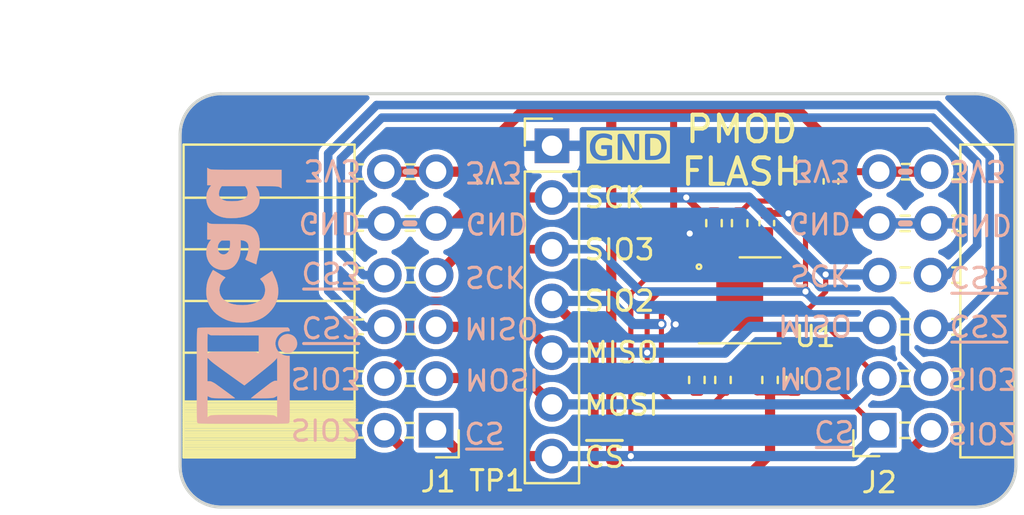
<source format=kicad_pcb>
(kicad_pcb (version 20221018) (generator pcbnew)
  (title_block (title "PMOD Flash") (date "2023-09-21") (rev "V1.0") (comment 1 "@2023 FM4DD") (comment 2 "License: CC-BY-SA 4.0"))
  (layers (0 "F.Cu" signal) (31 "B.Cu" signal) (34 "B.Paste" user) (35 "F.Paste" user) (36 "B.SilkS" user "B.Silkscreen") (37 "F.SilkS" user "F.Silkscreen") (38 "B.Mask" user) (39 "F.Mask" user) (44 "Edge.Cuts" user))
  (net 0 "")
  (net 1 "GND")
  (net 2 "+3V3")
  (net 3 "/~{CS}")
  (net 4 "/MOSI")
  (net 5 "/MISO")
  (net 6 "/SCK")
  (net 7 "/CS2")
  (net 8 "/CS3")
  (net 9 "/SIO3")
  (net 10 "/SIO2")
  (footprint "Capacitor_SMD:C_0402_1005Metric" (layer "F.Cu") (at 120.57 60.33 -90)
    (fp_text reference "C1" hide)
    (fp_text value "0.1uF")
    (pad "1" smd roundrect (at -0.48 0 270) (size 0.56 0.62) (layers "F.Cu" "F.Paste" "F.Mask") (net 2 "+3V3"))
    (pad "2" smd roundrect (at 0.48 0 270) (size 0.56 0.62) (layers "F.Cu" "F.Paste" "F.Mask") (net 1 "GND"))
  )
  (footprint "FM4DD:PMODHeader_2x06_P2.54mm_Horizontal" (layer "F.Cu") (at 122.938 59.853)
    (fp_text reference "J2" (at 0 15.2654) (layer "F.SilkS"))
    (fp_text value "PMOD_02x06")
    (pad "1" thru_hole rect (at 0 12.7) (size 1.7 1.7) (drill 1) (layers "*.Cu" "*.Mask") (net 3 "/~{CS}"))
    (pad "2" thru_hole oval (at 0 10.16) (size 1.7 1.7) (drill 1) (layers "*.Cu" "*.Mask") (net 4 "/MOSI"))
    (pad "3" thru_hole oval (at 0 7.62) (size 1.7 1.7) (drill 1) (layers "*.Cu" "*.Mask") (net 5 "/MISO"))
    (pad "4" thru_hole oval (at 0 5.08) (size 1.7 1.7) (drill 1) (layers "*.Cu" "*.Mask") (net 6 "/SCK"))
    (pad "5" thru_hole oval (at 0 2.54) (size 1.7 1.7) (drill 1) (layers "*.Cu" "*.Mask") (net 1 "GND"))
    (pad "6" thru_hole circle (at 0 0) (size 1.7 1.7) (drill 1) (layers "*.Cu" "*.Mask") (net 2 "+3V3"))
    (pad "7" thru_hole circle (at 2.54 12.7) (size 1.7 1.7) (drill 1) (layers "*.Cu" "*.Mask") (net 10 "/SIO2"))
    (pad "8" thru_hole oval (at 2.54 10.16) (size 1.7 1.7) (drill 1) (layers "*.Cu" "*.Mask") (net 9 "/SIO3"))
    (pad "9" thru_hole oval (at 2.54 7.62) (size 1.7 1.7) (drill 1) (layers "*.Cu" "*.Mask") (net 7 "/CS2"))
    (pad "10" thru_hole oval (at 2.54 5.08) (size 1.7 1.7) (drill 1) (layers "*.Cu" "*.Mask") (net 8 "/CS3"))
    (pad "11" thru_hole oval (at 2.54 2.54) (size 1.7 1.7) (drill 1) (layers "*.Cu" "*.Mask") (net 1 "GND"))
    (pad "12" thru_hole oval (at 2.54 0) (size 1.7 1.7) (drill 1) (layers "*.Cu" "*.Mask") (net 2 "+3V3"))
  )
  (footprint "Connector_PinHeader_2.54mm:PinHeader_1x07_P2.54mm_Vertical" (layer "F.Cu") (at 106.88 58.58)
    (fp_text reference "TP1" (at -2.7 16.45) (layer "F.SilkS"))
    (fp_text value "Conn_01x07")
    (pad "1" thru_hole rect (at 0 0) (size 1.7 1.7) (drill 1) (layers "*.Cu" "*.Mask") (net 1 "GND"))
    (pad "2" thru_hole oval (at 0 2.54) (size 1.7 1.7) (drill 1) (layers "*.Cu" "*.Mask") (net 6 "/SCK"))
    (pad "3" thru_hole oval (at 0 5.08) (size 1.7 1.7) (drill 1) (layers "*.Cu" "*.Mask") (net 9 "/SIO3"))
    (pad "4" thru_hole oval (at 0 7.62) (size 1.7 1.7) (drill 1) (layers "*.Cu" "*.Mask") (net 10 "/SIO2"))
    (pad "5" thru_hole oval (at 0 10.16) (size 1.7 1.7) (drill 1) (layers "*.Cu" "*.Mask") (net 5 "/MISO"))
    (pad "6" thru_hole oval (at 0 12.7) (size 1.7 1.7) (drill 1) (layers "*.Cu" "*.Mask") (net 4 "/MOSI"))
    (pad "7" thru_hole oval (at 0 15.24) (size 1.7 1.7) (drill 1) (layers "*.Cu" "*.Mask") (net 3 "/~{CS}"))
  )
  (footprint "FM4DD:PMODPinSocket_2x06_P2.54mm_Horizontal" (layer "F.Cu") (at 91.0356 72.553 180)
    (fp_text reference "J1" (at -10.2616 -2.5273) (layer "F.SilkS"))
    (fp_text value "PMOD_02x06")
    (pad "1" thru_hole rect (at -10.16 0 180) (size 1.7 1.7) (drill 1) (layers "*.Cu" "*.Mask") (net 3 "/~{CS}"))
    (pad "2" thru_hole oval (at -10.16 2.54 180) (size 1.7 1.7) (drill 1) (layers "*.Cu" "*.Mask") (net 4 "/MOSI"))
    (pad "3" thru_hole oval (at -10.16 5.08 180) (size 1.7 1.7) (drill 1) (layers "*.Cu" "*.Mask") (net 5 "/MISO"))
    (pad "4" thru_hole oval (at -10.16 7.62 180) (size 1.7 1.7) (drill 1) (layers "*.Cu" "*.Mask") (net 6 "/SCK"))
    (pad "5" thru_hole oval (at -10.16 10.16 180) (size 1.7 1.7) (drill 1) (layers "*.Cu" "*.Mask") (net 1 "GND"))
    (pad "6" thru_hole oval (at -10.16 12.7 180) (size 1.7 1.7) (drill 1) (layers "*.Cu" "*.Mask") (net 2 "+3V3"))
    (pad "7" thru_hole oval (at -7.62 0 180) (size 1.7 1.7) (drill 1) (layers "*.Cu" "*.Mask") (net 10 "/SIO2"))
    (pad "8" thru_hole oval (at -7.62 2.54 180) (size 1.7 1.7) (drill 1) (layers "*.Cu" "*.Mask") (net 9 "/SIO3"))
    (pad "9" thru_hole oval (at -7.62 5.08 180) (size 1.7 1.7) (drill 1) (layers "*.Cu" "*.Mask") (net 7 "/CS2"))
    (pad "10" thru_hole oval (at -7.62 7.62 180) (size 1.7 1.7) (drill 1) (layers "*.Cu" "*.Mask") (net 8 "/CS3"))
    (pad "11" thru_hole oval (at -7.62 10.16 180) (size 1.7 1.7) (drill 1) (layers "*.Cu" "*.Mask") (net 1 "GND"))
    (pad "12" thru_hole oval (at -7.62 12.7 180) (size 1.7 1.7) (drill 1) (layers "*.Cu" "*.Mask") (net 2 "+3V3"))
  )
  (footprint "Capacitor_SMD:C_0402_1005Metric" (layer "F.Cu") (at 103.59 60.34 90)
    (fp_text reference "C2" hide)
    (fp_text value "0.1uF")
    (pad "1" smd roundrect (at -0.48 0 90) (size 0.56 0.62) (layers "F.Cu" "F.Paste" "F.Mask") (net 1 "GND"))
    (pad "2" smd roundrect (at 0.48 0 90) (size 0.56 0.62) (layers "F.Cu" "F.Paste" "F.Mask") (net 2 "+3V3"))
  )
  (footprint "Resistor_SMD:R_0402_1005Metric" (layer "F.Cu") (at 114.83 62.38 90)
    (fp_text reference "R1" hide)
    (fp_text value "10K")
    (pad "1" smd roundrect (at -0.51 0 90) (size 0.54 0.64) (layers "F.Cu" "F.Paste" "F.Mask") (net 1 "GND"))
    (pad "2" smd roundrect (at 0.51 0 90) (size 0.54 0.64) (layers "F.Cu" "F.Paste" "F.Mask") (net 6 "/SCK"))
  )
  (footprint "FM4DD:USON-8_4x4mm" (layer "F.Cu") (at 116.0925 66.17)
    (fp_text reference "U1" (at 3.6975 1.77) (layer "F.SilkS"))
    (fp_text value "MX25R6435FZAIL0")
    (pad "1" smd roundrect (at -1.9375 -1.2) (size 0.875 0.3) (layers "F.Cu" "F.Paste" "F.Mask") (net 3 "/~{CS}"))
    (pad "2" smd roundrect (at -1.9375 -0.4) (size 0.875 0.3) (layers "F.Cu" "F.Paste" "F.Mask") (net 5 "/MISO"))
    (pad "3" smd roundrect (at -1.9375 0.4) (size 0.875 0.3) (layers "F.Cu" "F.Paste" "F.Mask") (net 10 "/SIO2"))
    (pad "4" smd roundrect (at -1.9375 1.2) (size 0.875 0.3) (layers "F.Cu" "F.Paste" "F.Mask") (net 1 "GND"))
    (pad "5" smd roundrect (at 1.9375 1.2) (size 0.875 0.3) (layers "F.Cu" "F.Paste" "F.Mask") (net 4 "/MOSI"))
    (pad "6" smd roundrect (at 1.9375 0.4) (size 0.875 0.3) (layers "F.Cu" "F.Paste" "F.Mask") (net 6 "/SCK"))
    (pad "7" smd roundrect (at 1.9375 -0.4) (size 0.875 0.3) (layers "F.Cu" "F.Paste" "F.Mask") (net 9 "/SIO3"))
    (pad "8" smd roundrect (at 1.9375 -1.2) (size 0.875 0.3) (layers "F.Cu" "F.Paste" "F.Mask") (net 2 "+3V3"))
    (pad "9" smd rect (at 0 0) (size 2.3 3) (layers "F.Cu" "F.Mask") (net 1 "GND"))
  )
  (footprint "Resistor_SMD:R_0402_1005Metric" (layer "F.Cu") (at 117.58 70.08 -90)
    (fp_text reference "R3" hide)
    (fp_text value "10K")
    (pad "1" smd roundrect (at -0.51 0 270) (size 0.54 0.64) (layers "F.Cu" "F.Paste" "F.Mask") (net 4 "/MOSI"))
    (pad "2" smd roundrect (at 0.51 0 270) (size 0.54 0.64) (layers "F.Cu" "F.Paste" "F.Mask") (net 2 "+3V3"))
  )
  (footprint "Resistor_SMD:R_0402_1005Metric" (layer "F.Cu") (at 116.09 62.38 -90)
    (fp_text reference "R5" hide)
    (fp_text value "10K")
    (pad "1" smd roundrect (at -0.51 0 270) (size 0.54 0.64) (layers "F.Cu" "F.Paste" "F.Mask") (net 9 "/SIO3"))
    (pad "2" smd roundrect (at 0.51 0 270) (size 0.54 0.64) (layers "F.Cu" "F.Paste" "F.Mask") (net 2 "+3V3"))
  )
  (footprint "Capacitor_SMD:C_0402_1005Metric" (layer "F.Cu") (at 117.42 62.38 90)
    (fp_text reference "C3" hide)
    (fp_text value "0.1uF")
    (pad "1" smd roundrect (at -0.48 0 90) (size 0.56 0.62) (layers "F.Cu" "F.Paste" "F.Mask") (net 2 "+3V3"))
    (pad "2" smd roundrect (at 0.48 0 90) (size 0.56 0.62) (layers "F.Cu" "F.Paste" "F.Mask") (net 1 "GND"))
  )
  (footprint "FM4DD:Label_GND" (layer "F.Cu") (at 110.62 58.64)
    (fp_text reference "G***" hide)
    (fp_text value "GND" hide)
  )
  (footprint "Resistor_SMD:R_0402_1005Metric" (layer "F.Cu") (at 113.99 70.08 90)
    (fp_text reference "R6" hide)
    (fp_text value "10K")
    (pad "1" smd roundrect (at -0.51 0 90) (size 0.54 0.64) (layers "F.Cu" "F.Paste" "F.Mask") (net 10 "/SIO2"))
    (pad "2" smd roundrect (at 0.51 0 90) (size 0.54 0.64) (layers "F.Cu" "F.Paste" "F.Mask") (net 2 "+3V3"))
  )
  (footprint "Resistor_SMD:R_0402_1005Metric" (layer "F.Cu") (at 118.77 70.08 -90)
    (fp_text reference "R2" hide)
    (fp_text value "10K")
    (pad "1" smd roundrect (at -0.51 0 270) (size 0.54 0.64) (layers "F.Cu" "F.Paste" "F.Mask") (net 3 "/~{CS}"))
    (pad "2" smd roundrect (at 0.51 0 270) (size 0.54 0.64) (layers "F.Cu" "F.Paste" "F.Mask") (net 2 "+3V3"))
  )
  (footprint "Resistor_SMD:R_0402_1005Metric" (layer "F.Cu") (at 115.27 70.08 90)
    (fp_text reference "R4" hide)
    (fp_text value "10K")
    (pad "1" smd roundrect (at -0.51 0 90) (size 0.54 0.64) (layers "F.Cu" "F.Paste" "F.Mask") (net 5 "/MISO"))
    (pad "2" smd roundrect (at 0.51 0 90) (size 0.54 0.64) (layers "F.Cu" "F.Paste" "F.Mask") (net 2 "+3V3"))
  )
  (footprint "FM4DD:Logo_KiCad_5mm_SScr" (layer "B.Cu") (at 91.4 65.949 90)
    (fp_text reference "L1" hide)
    (fp_text value "Logo_KiCad_5mm" hide)
  )
  (gr_line (start 99.697 62.393) (end 100.1288 62.393) (stroke (width 0.3)) (layer "B.SilkS"))
  (gr_line (start 99.697 59.853) (end 100.1288 59.853) (stroke (width 0.3)) (layer "B.SilkS"))
  (gr_line (start 124.0048 62.393) (end 124.4366 62.393) (stroke (width 0.3)) (layer "B.SilkS"))
  (gr_line (start 124.0048 59.853) (end 124.4366 59.853) (stroke (width 0.3)) (layer "B.SilkS"))
  (gr_arc (start 129.6412 74.3238) (mid 129.055414 75.738014) (end 127.6412 76.3238) (stroke (width 0.15)) (layer "Edge.Cuts"))
  (gr_line (start 129.6412 58.0238) (end 129.6412 74.3238) (stroke (width 0.15)) (layer "Edge.Cuts"))
  (gr_arc (start 127.6412 56.0238) (mid 129.055414 56.609586) (end 129.6412 58.0238) (stroke (width 0.15)) (layer "Edge.Cuts"))
  (gr_line (start 90.6346 56.0238) (end 127.6412 56.0238) (stroke (width 0.15)) (layer "Edge.Cuts"))
  (gr_line (start 127.6412 76.3238) (end 90.6346 76.3238) (stroke (width 0.15)) (layer "Edge.Cuts"))
  (gr_line (start 88.6346 74.3238) (end 88.6346 58.0238) (stroke (width 0.15)) (layer "Edge.Cuts"))
  (gr_arc (start 88.6346 58.0238) (mid 89.220386 56.609586) (end 90.6346 56.0238) (stroke (width 0.15)) (layer "Edge.Cuts"))
  (gr_arc (start 90.6346 76.3238) (mid 89.220386 75.738014) (end 88.6346 74.3238) (stroke (width 0.15)) (layer "Edge.Cuts"))
  (gr_text "3V3" (at 121.6 59.79 180) (layer "B.SilkS") (effects (font (size 1 1)) (justify right mirror)))
  (gr_text "~{CS}" (at 121.8 72.5784 180) (layer "B.SilkS") (effects (font (size 1 1)) (justify right mirror)))
  (gr_text "MISO" (at 102.49 67.52 180) (layer "B.SilkS") (effects (font (size 1 1)) (justify left mirror)))
  (gr_text "MOSI" (at 102.52 70.0384 180) (layer "B.SilkS") (effects (font (size 1 1)) (justify left mirror)))
  (gr_text "~{CS}" (at 102.49 72.6546 180) (layer "B.SilkS") (effects (font (size 1 1)) (justify left mirror)))
  (gr_text "3V3" (at 102.55 59.8657 180) (layer "B.SilkS") (effects (font (size 1 1)) (justify left mirror)))
  (gr_text "SIO3" (at 97.6 69.98 180) (layer "B.SilkS") (effects (font (size 1 1)) (justify right mirror)))
  (gr_text "3V3" (at 97.6 59.77 180) (layer "B.SilkS") (effects (font (size 1 1)) (justify right mirror)))
  (gr_text "~{CS3}" (at 97.6 64.794 180) (layer "B.SilkS") (effects (font (size 1 1)) (justify right mirror)))
  (gr_text "GND" (at 97.6 62.36 180) (layer "B.SilkS") (effects (font (size 1 1)) (justify right mirror)))
  (gr_text "SIO2" (at 97.6 72.5 180) (layer "B.SilkS") (effects (font (size 1 1)) (justify right mirror)))
  (gr_text "~{CS2}" (at 97.6 67.47 180) (layer "B.SilkS") (effects (font (size 1 1)) (justify right mirror)))
  (gr_text "SCK" (at 102.52 65 180) (layer "B.SilkS") (effects (font (size 1 1)) (justify left mirror)))
  (gr_text "GND" (at 102.55 62.38 180) (layer "B.SilkS") (effects (font (size 1 1)) (justify left mirror)))
  (gr_text "GND" (at 126.3 62.45 180) (layer "B.SilkS") (effects (font (size 1 1)) (justify left mirror)))
  (gr_text "MISO" (at 121.7 67.4 180) (layer "B.SilkS") (effects (font (size 1 1)) (justify right mirror)))
  (gr_text "3V3" (at 126.3 59.8 180) (layer "B.SilkS") (effects (font (size 1 1)) (justify left mirror)))
  (gr_text "~{CS3}" (at 126.3 65 180) (layer "B.SilkS") (effects (font (size 1 1)) (justify left mirror)))
  (gr_text "SIO2" (at 126.2 72.68 180) (layer "B.SilkS") (effects (font (size 1 1)) (justify left mirror)))
  (gr_text "~{CS2}" (at 126.3 67.4 180) (layer "B.SilkS") (effects (font (size 1 1)) (justify left mirror)))
  (gr_text "GND" (at 121.64 62.3676 180) (layer "B.SilkS") (effects (font (size 1 1)) (justify right mirror)))
  (gr_text "SCK" (at 121.62 64.92 180) (layer "B.SilkS") (effects (font (size 1 1)) (justify right mirror)))
  (gr_text "MOSI" (at 121.74 69.98 180) (layer "B.SilkS") (effects (font (size 1 1)) (justify right mirror)))
  (gr_text "SIO3" (at 126.2 70 180) (layer "B.SilkS") (effects (font (size 1 1)) (justify left mirror)))
  (gr_text "MOSI" (at 108.38 71.9) (layer "F.SilkS") (effects (font (size 1 1)) (justify left bottom)))
  (gr_text "~{CS}" (at 108.38 74.46) (layer "F.SilkS") (effects (font (size 1 1)) (justify left bottom)))
  (gr_text "SCK" (at 108.38 61.71) (layer "F.SilkS") (effects (font (size 1 1)) (justify left bottom)))
  (gr_text "SIO2" (at 108.38 66.79) (layer "F.SilkS") (effects (font (size 1 1)) (justify left bottom)))
  (gr_text "PMOD\nFLASH" (at 116.19 58.81) (layer "F.SilkS") (effects (font (size 1.3 1.3) (thickness 0.2))))
  (gr_text "MISO" (at 108.38 69.32) (layer "F.SilkS") (effects (font (size 1 1)) (justify left bottom)))
  (gr_text "SIO3" (at 108.38 64.27) (layer "F.SilkS") (effects (font (size 1 1)) (justify left bottom)))
  (segment (start 112.95 67.35) (end 112.97 67.37) (width 0.25) (layer "F.Cu") (net 1))
  (segment (start 122.153 62.393) (end 120.57 60.81) (width 0.5) (layer "F.Cu") (net 1))
  (segment (start 122.938 62.393) (end 122.3414 62.393) (width 0.5) (layer "F.Cu") (net 1))
  (segment (start 113.64 62.89) (end 114.83 62.89) (width 0.34) (layer "F.Cu") (net 1))
  (segment (start 114.8925 67.37) (end 114.155 67.37) (width 0.5) (layer "F.Cu") (net 1))
  (segment (start 117.42 61.9) (end 118.48 61.9) (width 0.34) (layer "F.Cu") (net 1))
  (segment (start 122.938 62.393) (end 122.153 62.393) (width 0.5) (layer "F.Cu") (net 1))
  (segment (start 112.97 67.37) (end 114.155 67.37) (width 0.25) (layer "F.Cu") (net 1))
  (segment (start 116.0925 66.17) (end 114.8925 67.37) (width 0.5) (layer "F.Cu") (net 1))
  (segment (start 101.1956 62.393) (end 102.017 62.393) (width 0.5) (layer "F.Cu") (net 1))
  (segment (start 102.017 62.393) (end 103.59 60.82) (width 0.5) (layer "F.Cu") (net 1))
  (via (at 113.64 62.89) (size 0.5) (drill 0.3) (layers "F.Cu" "B.Cu") (net 1))
  (via (at 112.95 67.35) (size 0.5) (drill 0.3) (layers "F.Cu" "B.Cu") (net 1))
  (via (at 118.48 61.9) (size 0.5) (drill 0.3) (layers "F.Cu" "B.Cu") (net 1))
  (segment (start 105.33 56.98) (end 103.59 58.72) (width 0.5) (layer "F.Cu") (net 2))
  (segment (start 117.58 70.59) (end 118.77 70.59) (width 0.5) (layer "F.Cu") (net 2))
  (segment (start 117.33 63.69) (end 116.09 63.69) (width 0.34) (layer "F.Cu") (net 2))
  (segment (start 109.79 56.98) (end 109.79 74.03) (width 0.5) (layer "F.Cu") (net 2))
  (segment (start 116.09 63.69) (end 113.393187 63.69) (width 0.34) (layer "F.Cu") (net 2))
  (segment (start 116.09 62.89) (end 116.09 63.69) (width 0.34) (layer "F.Cu") (net 2))
  (segment (start 120.57 59.85) (end 120.57 58.46) (width 0.5) (layer "F.Cu") (net 2))
  (segment (start 103.583 59.853) (end 101.1956 59.853) (width 0.5) (layer "F.Cu") (net 2))
  (segment (start 122.938 59.853) (end 125.478 59.853) (width 0.5) (layer "F.Cu") (net 2))
  (segment (start 110.44 74.68) (end 116.62 74.68) (width 0.5) (layer "F.Cu") (net 2))
  (segment (start 116.96 70.59) (end 117.58 70.59) (width 0.5) (layer "F.Cu") (net 2))
  (segment (start 116.62 74.68) (end 117.58 73.72) (width 0.5) (layer "F.Cu") (net 2))
  (segment (start 117.33 63.69) (end 117.73 63.69) (width 0.25) (layer "F.Cu") (net 2))
  (segment (start 117.73 63.69) (end 118.03 63.99) (width 0.25) (layer "F.Cu") (net 2))
  (segment (start 118.03 63.99) (end 118.03 64.97) (width 0.25) (layer "F.Cu") (net 2))
  (segment (start 117.58 73.72) (end 117.58 70.59) (width 0.5) (layer "F.Cu") (net 2))
  (segment (start 103.59 58.72) (end 103.59 59.86) (width 0.5) (layer "F.Cu") (net 2))
  (segment (start 119.09 56.98) (end 105.33 56.98) (width 0.5) (layer "F.Cu") (net 2))
  (segment (start 113.99 69.57) (end 115.94 69.57) (width 0.5) (layer "F.Cu") (net 2))
  (segment (start 120.57 58.46) (end 119.09 56.98) (width 0.5) (layer "F.Cu") (net 2))
  (segment (start 98.6556 59.853) (end 101.1956 59.853) (width 0.5) (layer "F.Cu") (net 2))
  (segment (start 120.573 59.853) (end 122.938 59.853) (width 0.34) (layer "F.Cu") (net 2))
  (segment (start 115.94 69.57) (end 116.96 70.59) (width 0.5) (layer "F.Cu") (net 2))
  (segment (start 109.79 74.03) (end 110.44 74.68) (width 0.5) (layer "F.Cu") (net 2))
  (segment (start 113.393187 63.69) (end 112.85 63.146813) (width 0.34) (layer "F.Cu") (net 2))
  (segment (start 112.85 63.146813) (end 112.85 57.1) (width 0.34) (layer "F.Cu") (net 2))
  (segment (start 103.59 59.86) (end 103.583 59.853) (width 0.5) (layer "F.Cu") (net 2))
  (segment (start 117.42 63.6) (end 117.42 62.86) (width 0.34) (layer "F.Cu") (net 2))
  (segment (start 120.57 59.85) (end 120.573 59.853) (width 0.34) (layer "F.Cu") (net 2))
  (segment (start 118.77 69.57) (end 119.955 69.57) (width 0.25) (layer "F.Cu") (net 3))
  (segment (start 101.221 72.553) (end 102.488 73.82) (width 0.5) (layer "F.Cu") (net 3))
  (segment (start 119.955 69.57) (end 122.938 72.553) (width 0.25) (layer "F.Cu") (net 3))
  (segment (start 114.155 64.97) (end 111.62 64.97) (width 0.25) (layer "F.Cu") (net 3))
  (segment (start 110.75 65.84) (end 110.75 73.82) (width 0.25) (layer "F.Cu") (net 3))
  (segment (start 102.488 73.82) (end 106.88 73.82) (width 0.5) (layer "F.Cu") (net 3))
  (segment (start 111.62 64.97) (end 110.75 65.84) (width 0.25) (layer "F.Cu") (net 3))
  (via (at 110.75 73.82) (size 0.5) (drill 0.3) (layers "F.Cu" "B.Cu") (net 3))
  (segment (start 106.99 73.82) (end 110.75 73.82) (width 0.5) (layer "B.Cu") (net 3))
  (segment (start 106.99 73.82) (end 106.957 73.853) (width 0.5) (layer "B.Cu") (net 3))
  (segment (start 101.1956 72.5276) (end 101.221 72.553) (width 0.5) (layer "B.Cu") (net 3))
  (segment (start 121.671 73.82) (end 122.938 72.553) (width 0.5) (layer "B.Cu") (net 3))
  (segment (start 107.08 73.91) (end 106.99 73.82) (width 0.5) (layer "B.Cu") (net 3))
  (segment (start 110.75 73.82) (end 121.671 73.82) (width 0.5) (layer "B.Cu") (net 3))
  (segment (start 120.295 67.37) (end 118.03 67.37) (width 0.25) (layer "F.Cu") (net 4))
  (segment (start 118.03 69.12) (end 117.58 69.57) (width 0.25) (layer "F.Cu") (net 4))
  (segment (start 105.5876 69.9876) (end 101.1956 69.9876) (width 0.5) (layer "F.Cu") (net 4))
  (segment (start 118.03 67.37) (end 118.03 69.12) (width 0.25) (layer "F.Cu") (net 4))
  (segment (start 122.938 70.013) (end 120.295 67.37) (width 0.25) (layer "F.Cu") (net 4))
  (segment (start 106.88 71.28) (end 105.5876 69.9876) (width 0.5) (layer "F.Cu") (net 4))
  (segment (start 122.938 70.013) (end 121.671 71.28) (width 0.5) (layer "B.Cu") (net 4))
  (segment (start 121.671 71.28) (end 106.99 71.28) (width 0.5) (layer "B.Cu") (net 4))
  (segment (start 101.1956 67.473) (end 105.613 67.473) (width 0.5) (layer "F.Cu") (net 5))
  (segment (start 114.67 71.37) (end 115.27 70.77) (width 0.25) (layer "F.Cu") (net 5))
  (segment (start 112.15 65.77) (end 111.55 66.37) (width 0.25) (layer "F.Cu") (net 5))
  (segment (start 111.55 69.99) (end 112.93 71.37) (width 0.25) (layer "F.Cu") (net 5))
  (segment (start 115.27 70.77) (end 115.27 70.59) (width 0.25) (layer "F.Cu") (net 5))
  (segment (start 111.55 66.37) (end 111.55 69.99) (width 0.25) (layer "F.Cu") (net 5))
  (segment (start 112.93 71.37) (end 114.67 71.37) (width 0.25) (layer "F.Cu") (net 5))
  (segment (start 114.155 65.77) (end 112.15 65.77) (width 0.25) (layer "F.Cu") (net 5))
  (segment (start 105.613 67.473) (end 106.88 68.74) (width 0.5) (layer "F.Cu") (net 5))
  (via (at 111.55 68.74) (size 0.5) (drill 0.3) (layers "F.Cu" "B.Cu") (net 5))
  (segment (start 106.88 68.74) (end 115.36 68.74) (width 0.5) (layer "B.Cu") (net 5))
  (segment (start 115.36 68.74) (end 116.627 67.473) (width 0.5) (layer "B.Cu") (net 5))
  (segment (start 116.627 67.473) (end 122.938 67.473) (width 0.5) (layer "B.Cu") (net 5))
  (segment (start 106.99 68.74) (end 106.88 68.74) (width 0.5) (layer "B.Cu") (net 5))
  (segment (start 120.31 65.75) (end 119.49 66.57) (width 0.25) (layer "F.Cu") (net 6))
  (segment (start 101.237 64.933) (end 105.05 61.12) (width 0.5) (layer "F.Cu") (net 6))
  (segment (start 114.2195 61.87) (end 114.83 61.87) (width 0.34) (layer "F.Cu") (net 6))
  (segment (start 105.05 61.12) (end 106.88 61.12) (width 0.5) (layer "F.Cu") (net 6))
  (segment (start 120.31 64.9) (end 120.31 65.75) (width 0.25) (layer "F.Cu") (net 6))
  (segment (start 101.1956 64.933) (end 101.237 64.933) (width 0.5) (layer "F.Cu") (net 6))
  (segment (start 113.4695 61.12) (end 114.2195 61.87) (width 0.34) (layer "F.Cu") (net 6))
  (segment (start 119.49 66.57) (end 118.03 66.57) (width 0.25) (layer "F.Cu") (net 6))
  (segment (start 122.938 64.933) (end 122.938 64.917756) (width 0.42) (layer "F.Cu") (net 6))
  (via (at 120.31 64.9) (size 0.5) (drill 0.3) (layers "F.Cu" "B.Cu") (net 6))
  (via (at 113.4695 61.12) (size 0.5) (drill 0.3) (layers "F.Cu" "B.Cu") (net 6))
  (segment (start 116.53 61.12) (end 106.88 61.12) (width 0.5) (layer "B.Cu") (net 6))
  (segment (start 101.1956 64.9076) (end 101.2083 64.9203) (width 0.5) (layer "B.Cu") (net 6))
  (segment (start 122.9126 64.9076) (end 122.938 64.933) (width 0.5) (layer "B.Cu") (net 6))
  (segment (start 120.31 64.9) (end 122.920244 64.9) (width 0.5) (layer "B.Cu") (net 6))
  (segment (start 122.915 64.91) (end 122.938 64.933) (width 0.5) (layer "B.Cu") (net 6))
  (segment (start 120.31 64.9) (end 116.53 61.12) (width 0.5) (layer "B.Cu") (net 6))
  (segment (start 122.920244 64.9) (end 122.938 64.917756) (width 0.5) (layer "B.Cu") (net 6))
  (segment (start 128.36 59.12) (end 128.36 65.61) (width 0.42) (layer "B.Cu") (net 7))
  (segment (start 97.673 67.473) (end 95.9 65.7) (width 0.42) (layer "B.Cu") (net 7))
  (segment (start 98.28 56.58) (end 125.82 56.58) (width 0.42) (layer "B.Cu") (net 7))
  (segment (start 95.9 58.96) (end 98.28 56.58) (width 0.42) (layer "B.Cu") (net 7))
  (segment (start 126.497 67.473) (end 125.478 67.473) (width 0.42) (layer "B.Cu") (net 7))
  (segment (start 128.36 65.61) (end 126.497 67.473) (width 0.42) (layer "B.Cu") (net 7))
  (segment (start 125.82 56.58) (end 128.36 59.12) (width 0.42) (layer "B.Cu") (net 7))
  (segment (start 95.9 65.7) (end 95.9 58.96) (width 0.42) (layer "B.Cu") (net 7))
  (segment (start 98.6556 67.473) (end 97.673 67.473) (width 0.42) (layer "B.Cu") (net 7))
  (segment (start 96.52 59.216812) (end 98.536812 57.2) (width 0.42) (layer "B.Cu") (net 8))
  (segment (start 127.74 63.47) (end 126.277 64.933) (width 0.42) (layer "B.Cu") (net 8))
  (segment (start 98.6556 64.933) (end 97.643 64.933) (width 0.42) (layer "B.Cu") (net 8))
  (segment (start 98.536812 57.2) (end 125.563188 57.2) (width 0.42) (layer "B.Cu") (net 8))
  (segment (start 125.563188 57.2) (end 127.74 59.376812) (width 0.42) (layer "B.Cu") (net 8))
  (segment (start 127.74 59.376812) (end 127.74 63.47) (width 0.42) (layer "B.Cu") (net 8))
  (segment (start 97.643 64.933) (end 96.52 63.81) (width 0.42) (layer "B.Cu") (net 8))
  (segment (start 126.277 64.933) (end 125.478 64.933) (width 0.42) (layer "B.Cu") (net 8))
  (segment (start 96.52 63.81) (end 96.52 59.216812) (width 0.42) (layer "B.Cu") (net 8))
  (segment (start 99.9156 66.6156) (end 99.9156 68.753) (width 0.42) (layer "F.Cu") (net 9))
  (segment (start 100.3312 66.2) (end 99.9156 66.6156) (width 0.42) (layer "F.Cu") (net 9))
  (segment (start 99.9156 68.753) (end 98.6556 70.013) (width 0.42) (layer "F.Cu") (net 9))
  (segment (start 102.23 66.2) (end 100.3312 66.2) (width 0.42) (layer "F.Cu") (net 9))
  (segment (start 119.32 65.74) (end 119.32 61.926827) (width 0.25) (layer "F.Cu") (net 9))
  (segment (start 116.665 61.295) (end 116.09 61.87) (width 0.25) (layer "F.Cu") (net 9))
  (segment (start 119.29 65.77) (end 118.03 65.77) (width 0.25) (layer "F.Cu") (net 9))
  (segment (start 106.88 63.66) (end 104.77 63.66) (width 0.42) (layer "F.Cu") (net 9))
  (segment (start 119.32 65.74) (end 119.29 65.77) (width 0.25) (layer "F.Cu") (net 9))
  (segment (start 104.77 63.66) (end 102.23 66.2) (width 0.42) (layer "F.Cu") (net 9))
  (segment (start 119.32 61.926827) (end 118.688173 61.295) (width 0.25) (layer "F.Cu") (net 9))
  (segment (start 118.688173 61.295) (end 116.665 61.295) (width 0.25) (layer "F.Cu") (net 9))
  (via (at 119.32 65.74) (size 0.5) (drill 0.3) (layers "F.Cu" "B.Cu") (net 9))
  (segment (start 124.198 68.733) (end 125.478 70.013) (width 0.42) (layer "B.Cu") (net 9))
  (segment (start 123.553 66.193) (end 124.198 66.838) (width 0.42) (layer "B.Cu") (net 9))
  (segment (start 124.198 66.838) (end 124.198 68.733) (width 0.42) (layer "B.Cu") (net 9))
  (segment (start 109.13 63.66) (end 111.21 65.74) (width 0.42) (layer "B.Cu") (net 9))
  (segment (start 119.32 65.74) (end 119.773 66.193) (width 0.42) (layer "B.Cu") (net 9))
  (segment (start 111.21 65.74) (end 119.32 65.74) (width 0.42) (layer "B.Cu") (net 9))
  (segment (start 106.88 63.66) (end 109.13 63.66) (width 0.42) (layer "B.Cu") (net 9))
  (segment (start 119.773 66.193) (end 123.553 66.193) (width 0.42) (layer "B.Cu") (net 9))
  (segment (start 113.12 70.59) (end 113.99 70.59) (width 0.25) (layer "F.Cu") (net 10))
  (segment (start 112.250604 69.720604) (end 113.12 70.59) (width 0.25) (layer "F.Cu") (net 10))
  (segment (start 112.250604 66.884396) (end 112.565 66.57) (width 0.25) (layer "F.Cu") (net 10))
  (segment (start 101.4826 75.38) (end 98.6556 72.553) (width 0.5) (layer "F.Cu") (net 10))
  (segment (start 112.250604 67.337837) (end 112.250604 66.884396) (width 0.25) (layer "F.Cu") (net 10))
  (segment (start 122.651 75.38) (end 125.478 72.553) (width 0.5) (layer "F.Cu") (net 10))
  (segment (start 107.55 75.38) (end 101.4826 75.38) (width 0.5) (layer "F.Cu") (net 10))
  (segment (start 108.92 68.24) (end 108.92 75.38) (width 0.5) (layer "F.Cu") (net 10))
  (segment (start 112.565 66.57) (end 114.155 66.57) (width 0.25) (layer "F.Cu") (net 10))
  (segment (start 106.88 66.2) (end 108.92 68.24) (width 0.5) (layer "F.Cu") (net 10))
  (segment (start 119.6 75.38) (end 107.55 75.38) (width 0.5) (layer "F.Cu") (net 10))
  (segment (start 112.250604 67.337837) (end 112.250604 69.720604) (width 0.25) (layer "F.Cu") (net 10))
  (segment (start 119.6 75.38) (end 122.651 75.38) (width 0.5) (layer "F.Cu") (net 10))
  (via (at 112.250604 67.337837) (size 0.5) (drill 0.3) (layers "F.Cu" "B.Cu") (net 10))
  (segment (start 110.867837 67.337837) (end 109.73 66.2) (width 0.5) (layer "B.Cu") (net 10))
  (segment (start 109.73 66.2) (end 106.88 66.2) (width 0.5) (layer "B.Cu") (net 10))
  (segment (start 112.250604 67.337837) (end 110.867837 67.337837) (width 0.5) (layer "B.Cu") (net 10))
  (zone (net 1) (net_name "GND") (layer "B.Cu") (connect_pads (clearance 0.25)) (min_thickness 0.254) (fill yes (thermal_gap 0.508) (thermal_bridge_width 0.508))
    (polygon (pts (xy 130.04492 55.7636) (xy 130.04492 76.66272) (xy 88.648 76.744) (xy 88.648 55.75852)))
  )
)
</source>
